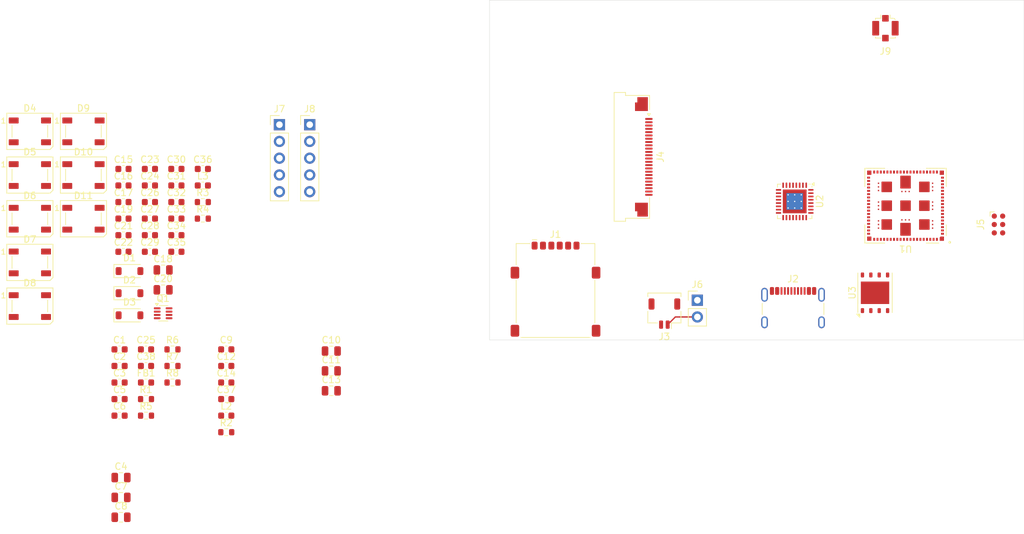
<source format=kicad_pcb>
(kicad_pcb (version 20241229) (generator "pcbnew") (generator_version "9.0")
  (layers (0 "F.Cu" signal) (2 "B.Cu" signal) (13 "F.Paste" user) (15 "B.Paste" user) (5 "F.SilkS" user "F.Silkscreen") (7 "B.SilkS" user "B.Silkscreen") (1 "F.Mask" user) (3 "B.Mask" user) (25 "Edge.Cuts" user))
  (net 0 "")
  (net 1 "GND")
  (net 2 "/9151/nRESET")
  (net 3 "Net-(U1-VDD)")
  (net 4 "/9151/V_9151")
  (net 5 "+3V3")
  (net 6 "Net-(U1-DEC0)")
  (net 7 "VBUS")
  (net 8 "Net-(U2-VBUSOUT)")
  (net 9 "Net-(J4-Pin_5)")
  (net 10 "Net-(J4-Pin_18)")
  (net 11 "/interface/VGH")
  (net 12 "Net-(D2-K)")
  (net 13 "Net-(D1-A)")
  (net 14 "Net-(J4-Pin_22)")
  (net 15 "Net-(J4-Pin_24)")
  (net 16 "Net-(J4-Pin_20)")
  (net 17 "/interface/VGL")
  (net 18 "/9151/BUTTON_1")
  (net 19 "/9151/BUTTON_2")
  (net 20 "/9151/BUTTON_3")
  (net 21 "/power/VBAT")
  (net 22 "/9151/SIM_1V8")
  (net 23 "Net-(D4-DOUT)")
  (net 24 "/9151/RGB_LED")
  (net 25 "Net-(D5-DOUT)")
  (net 26 "Net-(D6-DOUT)")
  (net 27 "Net-(D11-DIN)")
  (net 29 "Net-(D8-DIN)")
  (net 30 "Net-(D10-DOUT)")
  (net 31 "Net-(D10-DIN)")
  (net 32 "Net-(J1-CLK)")
  (net 33 "Net-(J1-RST)")
  (net 34 "Net-(J1-I{slash}O)")
  (net 37 "/power/CC2")
  (net 39 "/power/D+")
  (net 40 "/power/D-")
  (net 41 "/power/CC1")
  (net 42 "Net-(J3-Pin_1)")
  (net 43 "/9151/EPD_BUSY")
  (net 44 "/9151/EPD_D{slash}C")
  (net 45 "/interface/RESE")
  (net 46 "/interface/GDR")
  (net 49 "/9151/EPD_CS")
  (net 51 "/9151/EPD_RES")
  (net 52 "/9151/EPD_SCK")
  (net 55 "/9151/EPD_MOSI")
  (net 57 "/9151/SWDCLK")
  (net 58 "/9151/SWDIO")
  (net 59 "/9151/DOCK_RX")
  (net 60 "/9151/DOCK_DET")
  (net 61 "/9151/DOCK_TX")
  (net 62 "/9151/TEST_PIN_2")
  (net 63 "/9151/TEST_PIN_3")
  (net 64 "/9151/TEST_PIN_4")
  (net 65 "/9151/TEST_PIN_1")
  (net 66 "/9151/RF")
  (net 67 "Net-(U2-SW1)")
  (net 68 "Net-(U1-ENABLE)")
  (net 69 "Net-(U2-VSET1)")
  (net 70 "Net-(U3-~{HOLD}{slash}~{RESET}{slash}IO_{3})")
  (net 71 "Net-(U3-~{WP}{slash}IO_{2})")
  (net 72 "/9151/SCL")
  (net 73 "/9151/SDA")
  (net 74 "/9151/FLASH_SCK")
  (net 81 "/9151/DEBUG_RX")
  (net 84 "/9151/FLASH_CS")
  (net 88 "/9151/PMIC_INT4")
  (net 95 "/9151/FLASH_MOSI")
  (net 96 "/9151/PMIC_INT5")
  (net 99 "/9151/FLASH_MISO")
  (net 105 "/9151/PMIC_INT1")
  (net 107 "/9151/PMIC_INT3")
  (net 110 "/9151/PMIC_INT2")
  (net 124 "/9151/DEBUG_TX")
  (footprint "Resistor_SMD:R_0603_1608Metric" (layer "F.Cu") (at 121.55 70.6)
    (property "Reference" "R3")
    (property "Value" "1M")
  )
  (footprint "Capacitor_SMD:C_0603_1608Metric" (layer "F.Cu") (at 117.54 75.62)
    (property "Reference" "C34")
    (property "Value" "0.1u")
  )
  (footprint "Capacitor_SMD:C_0603_1608Metric" (layer "F.Cu") (at 117.54 65.58)
    (property "Reference" "C30")
    (property "Value" "0.1u")
  )
  (footprint "Capacitor_SMD:C_0603_1608Metric" (layer "F.Cu") (at 117.54 68.09)
    (property "Reference" "C31")
    (property "Value" "0.1u")
  )
  (footprint "Capacitor_SMD:C_0805_2012Metric" (layer "F.Cu") (at 115.53 80.89)
    (property "Reference" "C18")
    (property "Value" "4.7u")
  )
  (footprint "Capacitor_SMD:C_0603_1608Metric" (layer "F.Cu") (at 113.53 70.6)
    (property "Reference" "C26")
    (property "Value" "0.1u")
  )
  (footprint "Capacitor_SMD:C_0603_1608Metric" (layer "F.Cu") (at 112.94 95.44)
    (property "Reference" "C38")
    (property "Value" "0.1u")
  )
  (footprint "LED_SMD:LED_WS2812B_PLCC4_5.0x5.0mm_P3.2mm" (layer "F.Cu") (at 103.455 66.505)
    (property "Reference" "D10")
    (property "Value" "WS2812B")
  )
  (footprint "Capacitor_SMD:C_0603_1608Metric" (layer "F.Cu") (at 108.93 102.97)
    (property "Reference" "C6")
    (property "Value" "0.1u")
  )
  (footprint "Capacitor_SMD:C_0805_2012Metric" (layer "F.Cu") (at 109.15 112.35)
    (property "Reference" "C4")
    (property "Value" "47u")
  )
  (footprint "Package_TO_SOT_SMD:SC-70-8" (layer "F.Cu") (at 115.53 87.455)
    (property "Reference" "Q1")
    (property "Value" "Q_NMOS")
  )
  (footprint "Inductor_SMD:L_0603_1608Metric" (layer "F.Cu") (at 112.94 97.95)
    (property "Reference" "FB1")
    (property "Value" "FerriteBead")
  )
  (footprint "Capacitor_SMD:C_0603_1608Metric" (layer "F.Cu") (at 109.52 68.09)
    (property "Reference" "C16")
    (property "Value" "1u")
  )
  (footprint "Capacitor_SMD:C_0603_1608Metric" (layer "F.Cu") (at 109.52 75.62)
    (property "Reference" "C21")
    (property "Value" "1u")
  )
  (footprint "Capacitor_SMD:C_0603_1608Metric" (layer "F.Cu") (at 109.52 78.13)
    (property "Reference" "C22")
    (property "Value" "1u")
  )
  (footprint "Capacitor_SMD:C_0603_1608Metric" (layer "F.Cu") (at 125.1 97.95)
    (property "Reference" "C14")
    (property "Value" "0.1u")
  )
  (footprint "Capacitor_SMD:C_0805_2012Metric" (layer "F.Cu") (at 141.02 99.2)
    (property "Reference" "C13")
    (property "Value" "10u")
  )
  (footprint "Connector_PinHeader_2.54mm:PinHeader_1x05_P2.54mm_Vertical" (layer "F.Cu") (at 133.16 58.87)
    (property "Reference" "J7")
    (property "Value" "Conn_01x05")
  )
  (footprint "Capacitor_SMD:C_0603_1608Metric" (layer "F.Cu") (at 121.55 65.58)
    (property "Reference" "C36")
    (property "Value" "0.1u")
  )
  (footprint "Resistor_SMD:R_0603_1608Metric" (layer "F.Cu") (at 116.95 92.93)
    (property "Reference" "R6")
    (property "Value" "10k")
  )
  (footprint "Capacitor_SMD:C_0603_1608Metric" (layer "F.Cu") (at 117.54 78.13)
    (property "Reference" "C35")
    (property "Value" "0.1u")
  )
  (footprint "Capacitor_SMD:C_0603_1608Metric" (layer "F.Cu") (at 125.1 95.44)
    (property "Reference" "C12")
    (property "Value" "1u")
  )
  (footprint "Capacitor_SMD:C_0603_1608Metric" (layer "F.Cu") (at 125.1 102.97)
    (property "Reference" "L2")
    (property "Value" "2.2u")
  )
  (footprint "LED_SMD:LED_WS2812B_PLCC4_5.0x5.0mm_P3.2mm" (layer "F.Cu") (at 95.335 86.365)
    (property "Reference" "D8")
    (property "Value" "WS2812B")
  )
  (footprint "Resistor_SMD:R_0603_1608Metric" (layer "F.Cu") (at 125.1 105.48)
    (property "Reference" "R2")
    (property "Value" "255k")
  )
  (footprint "Capacitor_SMD:C_0603_1608Metric" (layer "F.Cu") (at 108.93 92.93)
    (property "Reference" "C1")
    (property "Value" "0.1u")
  )
  (footprint "Capacitor_SMD:C_0603_1608Metric" (layer "F.Cu") (at 125.1 92.93)
    (property "Reference" "C9")
    (property "Value" "1u")
  )
  (footprint "Resistor_SMD:R_0603_1608Metric" (layer "F.Cu") (at 116.95 97.95)
    (property "Reference" "R8")
    (property "Value" "10k")
  )
  (footprint "Capacitor_SMD:C_0805_2012Metric" (layer "F.Cu") (at 141.02 93.18)
    (property "Reference" "C10")
    (property "Value" "10u")
  )
  (footprint "Connector_Card:nanoSIM_GCT_SIM8060-6-0-14-00" (layer "F.Cu") (at 175 84)
    (property "Reference" "J1")
    (property "Value" "SIM_Card")
  )
  (footprint "Connector_JST:JST_SHL_SM02B-SHLS-TF_1x02-1MP_P1.00mm_Horizontal" (layer "F.Cu") (at 191.5 87.5 180)
    (property "Reference" "J3")
    (property "Value" "Conn_01x02")
  )
  (footprint "Package_SON:WSON-8-1EP_6x5mm_P1.27mm_EP3.4x4.3mm" (layer "F.Cu") (at 223.425 84.35 90)
    (property "Reference" "U3")
    (property "Value" "W25Q128JVP")
  )
  (footprint "Capacitor_SMD:C_0805_2012Metric" (layer "F.Cu") (at 115.53 83.9)
    (property "Reference" "C20")
    (property "Value" "4.7u")
  )
  (footprint "Capacitor_SMD:C_0603_1608Metric" (layer "F.Cu") (at 125.1 100.46)
    (property "Reference" "C37")
    (property "Value" "2.2u")
  )
  (footprint "Capacitor_SMD:C_0603_1608Metric" (layer "F.Cu") (at 112.94 92.93)
    (property "Reference" "C25")
    (property "Value" "0.1u")
  )
  (footprint "Resistor_SMD:R_0603_1608Metric" (layer "F.Cu") (at 116.95 95.44)
    (property "Reference" "R7")
    (property "Value" "10k")
  )
  (footprint "Diode_SMD:D_SOD-123" (layer "F.Cu") (at 110.435 81.06)
    (property "Reference" "D1")
    (property "Value" "MBR0530")
  )
  (footprint "Connector_Coaxial:U.FL_Molex_MCRF_73412-0110_Vertical" (layer "F.Cu") (at 225 44.25)
    (property "Reference" "J9")
    (property "Value" "Conn_Coaxial")
  )
  (footprint "Capacitor_SMD:C_0603_1608Metric" (layer "F.Cu") (at 113.53 65.58)
    (property "Reference" "C23")
    (property "Value" "1u")
  )
  (footprint "LED_SMD:LED_WS2812B_PLCC4_5.0x5.0mm_P3.2mm" (layer "F.Cu") (at 103.455 73.125)
    (property "Reference" "D11")
    (property "Value" "WS2812B")
  )
  (footprint "Diode_SMD:D_SOD-123" (layer "F.Cu") (at 110.435 84.41)
    (property "Reference" "D2")
    (property "Value" "MBR0530")
  )
  (footprint "Connector_PinHeader_2.54mm:PinHeader_1x05_P2.54mm_Vertical" (layer "F.Cu") (at 137.75 58.87)
    (property "Reference" "J8")
    (property "Value" "Conn_01x05")
  )
  (footprint "Capacitor_SMD:C_0805_2012Metric" (layer "F.Cu") (at 109.15 118.37)
    (property "Reference" "C8")
    (property "Value" "4.7u")
  )
  (footprint "Resistor_SMD:R_0603_1608Metric" (layer "F.Cu") (at 121.55 73.11)
    (property "Reference" "R4")
    (property "Value" "2.2R")
  )
  (footprint "LED_SMD:LED_WS2812B_PLCC4_5.0x5.0mm_P3.2mm" (layer "F.Cu") (at 103.455 59.885)
    (property "Reference" "D9")
    (property "Value" "WS2812B")
  )
  (footprint "Capacitor_SMD:C_0603_1608Metric" (layer "F.Cu") (at 108.93 100.46)
    (property "Reference" "C5")
    (property "Value" "0.1u")
  )
  (footprint "Connector_PinHeader_2.54mm:PinHeader_1x02_P2.54mm_Vertical" (layer "F.Cu") (at 196.5 85.475)
    (property "Reference" "J6")
    (property "Value" "Conn_01x02")
  )
  (footprint "LED_SMD:LED_WS2812B_PLCC4_5.0x5.0mm_P3.2mm" (layer "F.Cu") (at 95.335 73.125)
    (property "Reference" "D6")
    (property "Value" "WS2812B")
  )
  (footprint "Capacitor_SMD:C_0603_1608Metric" (layer "F.Cu") (at 109.52 65.58)
    (property "Reference" "C15")
    (property "Value" "1u")
  )
  (footprint "LED_SMD:LED_WS2812B_PLCC4_5.0x5.0mm_P3.2mm" (layer "F.Cu") (at 95.335 59.885)
    (property "Reference" "D4")
    (property "Value" "WS2812B")
  )
  (footprint "LED_SMD:LED_WS2812B_PLCC4_5.0x5.0mm_P3.2mm" (layer "F.Cu") (at 95.335 66.505)
    (property "Reference" "D5")
    (property "Value" "WS2812B")
  )
  (footprint "Capacitor_SMD:C_0603_1608Metric" (layer "F.Cu") (at 109.52 73.11)
    (property "Reference" "C19")
    (property "Value" "1u")
  )
  (footprint "Connector:Tag-Connect_TC2030-IDC-NL_2x03_P1.27mm_Vertical" (layer "F.Cu") (at 242.135 74 -90)
    (property "Reference" "J5")
    (property "Value" "Conn_ARM_SWD_TagConnect_TC2030-NL")
  )
  (footprint "Capacitor_SMD:C_0603_1608Metric" (layer "F.Cu") (at 121.55 68.09)
    (property "Reference" "L3")
    (property "Value" "47u")
  )
  (footprint "Connector_FFC-FPC:Amphenol_F32Q-1A7x1-11024_1x24-1MP_P0.5mm_Horizontal" (layer "F.Cu") (at 186.25 63.75 -90)
    (property "Reference" "J4")
    (property "Value" "Conn_01x24")
  )
  (footprint "Capacitor_SMD:C_0603_1608Metric" (layer "F.Cu") (at 113.53 68.09)
    (property "Reference" "C24")
    (property "Value" "1u")
  )
  (footprint "Package_DFN_QFN:QFN-32-1EP_5x5mm_P0.5mm_EP3.6x3.6mm_ThermalVias" (layer "F.Cu") (at 211.25 70.5 -90)
    (property "Reference" "U2")
    (property "Value" "nPM1300-QEXX")
  )
  (footprint "Capacitor_SMD:C_0603_1608Metric" (layer "F.Cu") (at 117.54 70.6)
    (property "Reference" "C32")
    (property "Value" "0.1u")
  )
  (footprint "LED_SMD:LED_WS2812B_PLCC4_5.0x5.0mm_P3.2mm" (layer "F.Cu") (at 95.335 79.745)
    (property "Reference" "D7")
    (property "Value" "WS2812B")
  )
  (footprint "Diode_SMD:D_SOD-123" (layer "F.Cu") (at 110.435 87.76)
    (property "Reference" "D3")
    (property "Value" "MBR0530")
  )
  (footprint "Capacitor_SMD:C_0603_1608Metric" (layer "F.Cu") (at 113.53 78.13)
    (property "Reference" "C29")
    (property "Value" "0.1u")
  )
  (footprint "Capacitor_SMD:C_0603_1608Metric" (layer "F.Cu") (at 109.52 70.6)
    (property "Reference" "C17")
    (property "Value" "1u")
  )
  (footprint "Capacitor_SMD:C_0603_1608Metric" (layer "F.Cu") (at 117.54 73.11)
    (property "Reference" "C33")
    (property "Value" "0.1u")
  )
  (footprint "Capacitor_SMD:C_0603_1608Metric" (layer "F.Cu") (at 108.93 97.95)
    (property "Reference" "C3")
    (property "Value" "15p")
  )
  (footprint "Resistor_SMD:R_0603_1608Metric" (layer "F.Cu") (at 112.94 100.46)
    (property "Reference" "R1")
    (property "Value" "10k")
  )
  (footprint "Capacitor_SMD:C_0603_1608Metric" (layer "F.Cu") (at 108.93 95.44)
    (property "Reference" "C2")
    (property "Value" "0.1u")
  )
  (footprint "Capacitor_SMD:C_0603_1608Metric" (layer "F.Cu") (at 113.53 73.11)
    (property "Reference" "C27")
    (property "Value" "0.1u")
  )
  (footprint "Resistor_SMD:R_0603_1608Metric" (layer "F.Cu") (at 112.94 102.97)
    (property "Reference" "R5")
    (property "Value" "10k")
  )
  (footprint "Capacitor_SMD:C_0805_2012Metric" (layer "F.Cu") (at 109.15 115.36)
    (property "Reference" "C7")
    (property "Value" "4.7u")
  )
  (footprint "Capacitor_SMD:C_0805_2012Metric" (layer "F.Cu") (at 141.02 96.19)
    (property "Reference" "C11")
    (property "Value" "10u")
  )
  (footprint "Capacitor_SMD:C_0603_1608Metric" (layer "F.Cu") (at 113.53 75.62)
    (property "Reference" "C28")
    (property "Value" "0.1u")
  )
  (footprint "nordic-lib-kicad-nrf9:LGA_9151_12.1x11.1mm" (layer "F.Cu") (at 228.05 71.15 180)
    (property "Reference" "U1")
    (property "Value" "nRF9151-LAXX")
  )
  (footprint "Connector_USB:USB_C_Receptacle_GCT_USB4105-xx-A_16P_TopMnt_Horizontal" (layer "F.Cu") (at 211 87.75)
    (property "Reference" "J2")
    (property "Value" "USB_C_Receptacle_USB2.0_14P")
  )
  (gr_rect (start 165 40) (end 246 91.5) (stroke (width 0.05)) (fill no) (layer "Edge.Cuts"))
  (segment (start 192 89.175) (end 193.16 88.015) (width 0.2) (layer "F.Cu") (net 42))
  (segment (start 193.16 88.015) (end 196.5 88.015) (width 0.2) (layer "F.Cu") (net 42))
)
</source>
